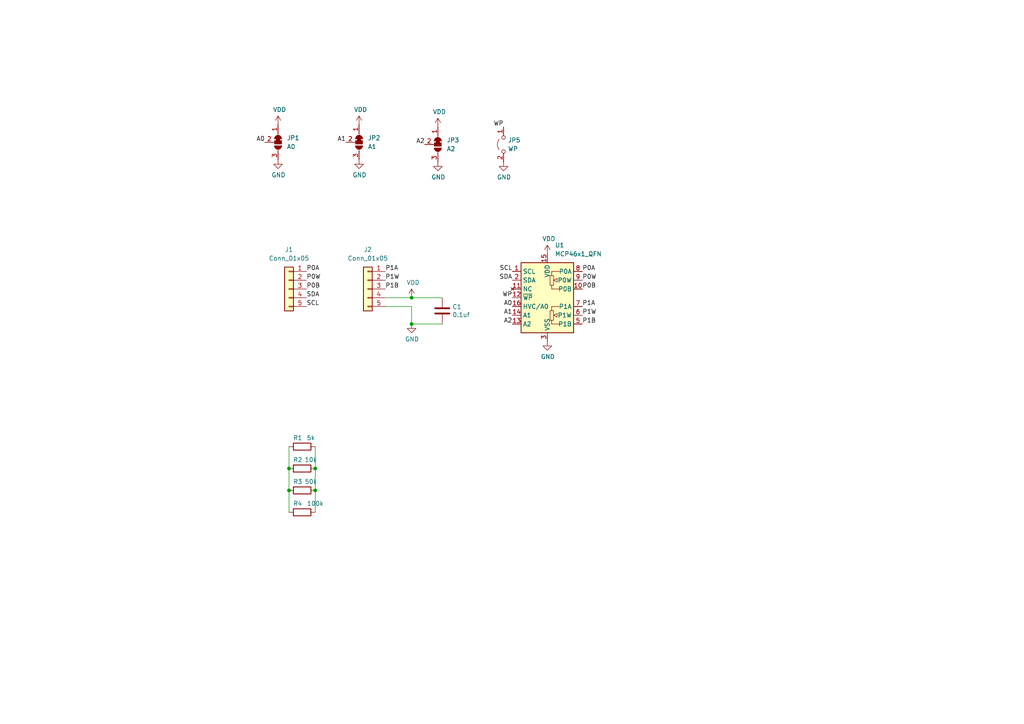
<source format=kicad_sch>
(kicad_sch (version 20230121) (generator eeschema)
  (paper "A4")
  (lib_symbols
    (symbol "Connector_Generic:Conn_01x05" (pin_names (offset 1.016) hide)
      (property "Reference" "J" (at 0 7.62 0))
      (property "Value" "Conn_01x05" (at 0 -7.62 0))
      (symbol "Conn_01x05_1_1"
        (rectangle (start -1.27 -4.953) (end 0 -5.207) (stroke (width 0.1524)))
        (rectangle (start -1.27 -2.413) (end 0 -2.667) (stroke (width 0.1524)))
        (rectangle (start -1.27 0.127) (end 0 -0.127) (stroke (width 0.1524)))
        (rectangle (start -1.27 2.667) (end 0 2.413) (stroke (width 0.1524)))
        (rectangle (start -1.27 5.207) (end 0 4.953) (stroke (width 0.1524)))
        (rectangle (start -1.27 6.35) (end 1.27 -6.35) (stroke (width 0.254)) (fill (type background)))
        (pin passive line (at -5.08 5.08 0) (length 3.81) (name "Pin_1") (number "1"))
        (pin passive line (at -5.08 2.54 0) (length 3.81) (name "Pin_2") (number "2"))
        (pin passive line (at -5.08 0 0) (length 3.81) (name "Pin_3") (number "3"))
        (pin passive line (at -5.08 -2.54 0) (length 3.81) (name "Pin_4") (number "4"))
        (pin passive line (at -5.08 -5.08 0) (length 3.81) (name "Pin_5") (number "5"))
      )
    )
    (symbol "Device:C" (pin_numbers hide) (pin_names (offset 0.254))
      (property "Reference" "C" (at 0.635 2.54 0))
      (property "Value" "C" (at 0.635 -2.54 0))
      (symbol "C_0_1"
        (polyline (pts (xy -2.032 -0.762) (xy 2.032 -0.762)) (stroke (width 0.508)))
        (polyline (pts (xy -2.032 0.762) (xy 2.032 0.762)) (stroke (width 0.508)))
      )
      (symbol "C_1_1"
        (pin passive line (at 0 3.81 270) (length 2.794) (name "~") (number "1"))
        (pin passive line (at 0 -3.81 90) (length 2.794) (name "~") (number "2"))
      )
    )
    (symbol "Device:R" (pin_numbers hide) (pin_names (offset 0))
      (property "Reference" "R" (at 2.032 0 90))
      (property "Value" "R" (at 0 0 90))
      (symbol "R_0_1"
        (rectangle (start -1.016 -2.54) (end 1.016 2.54) (stroke (width 0.254)))
      )
      (symbol "R_1_1"
        (pin passive line (at 0 3.81 270) (length 1.27) (name "~") (number "1"))
        (pin passive line (at 0 -3.81 90) (length 1.27) (name "~") (number "2"))
      )
    )
    (symbol "Jumper:Jumper_2_Open" (pin_names (offset 0) hide)
      (property "Reference" "JP" (at 0 2.794 0))
      (property "Value" "Jumper_2_Open" (at 0 -2.286 0))
      (symbol "Jumper_2_Open_0_0"
        (circle (center -2.032 0) (radius 0.508))
        (circle (center 2.032 0) (radius 0.508))
      )
      (symbol "Jumper_2_Open_0_1"
        (arc (start 1.524 1.27) (mid 0 1.778) (end -1.524 1.27))
      )
      (symbol "Jumper_2_Open_1_1"
        (pin passive line (at -5.08 0 0) (length 2.54) (name "A") (number "1"))
        (pin passive line (at 5.08 0 180) (length 2.54) (name "B") (number "2"))
      )
    )
    (symbol "Jumper:SolderJumper_3_Bridged12" (pin_names (offset 0) hide)
      (property "Reference" "JP" (at -2.54 -2.54 0))
      (property "Value" "SolderJumper_3_Bridged12" (at 0 2.794 0))
      (symbol "SolderJumper_3_Bridged12_0_1"
        (rectangle (start -1.016 0.508) (end -0.508 -0.508) (fill (type outline)))
        (arc (start -1.016 1.016) (mid -2.0276 0) (end -1.016 -1.016))
        (arc (start -1.016 1.016) (mid -2.0276 0) (end -1.016 -1.016) (fill (type outline)))
        (rectangle (start -0.508 1.016) (end 0.508 -1.016) (fill (type outline)))
        (polyline (pts (xy -2.54 0) (xy -2.032 0)))
        (polyline (pts (xy -1.016 1.016) (xy -1.016 -1.016)))
        (polyline (pts (xy 0 -1.27) (xy 0 -1.016)))
        (polyline (pts (xy 1.016 1.016) (xy 1.016 -1.016)))
        (polyline (pts (xy 2.54 0) (xy 2.032 0)))
        (arc (start 1.016 -1.016) (mid 2.0276 0) (end 1.016 1.016))
        (arc (start 1.016 -1.016) (mid 2.0276 0) (end 1.016 1.016) (fill (type outline)))
      )
      (symbol "SolderJumper_3_Bridged12_1_1"
        (pin passive line (at -5.08 0 0) (length 2.54) (name "A") (number "1"))
        (pin passive line (at 0 -3.81 90) (length 2.54) (name "C") (number "2"))
        (pin passive line (at 5.08 0 180) (length 2.54) (name "B") (number "3"))
      )
    )
    (symbol "asukiaaa-kicad-symbols:MCP46x1_QFN"
      (property "Reference" "U" (at 6.35 -12.7 0))
      (property "Value" "MCP46x1_QFN" (at 10.16 -15.24 0))
      (symbol "MCP46x1_QFN_0_1"
        (rectangle (start -7.62 10.16) (end 7.62 -10.16) (stroke (width 0.254)) (fill (type background)))
      )
      (symbol "MCP46x1_QFN_1_1"
        (polyline (pts (xy 1.27 -7.366) (xy 1.27 -6.5278)))
        (polyline (pts (xy 1.27 -2.7686) (xy 1.27 -3.7084)))
        (polyline (pts (xy 1.27 2.794) (xy 1.27 3.6322)))
        (polyline (pts (xy 1.27 7.3914) (xy 1.27 6.4516)))
        (polyline (pts (xy 1.27 -7.62) (xy 1.27 -7.366) (xy 1.27 -7.366)) (fill (type background)))
        (polyline (pts (xy 1.27 -7.62) (xy 3.556 -7.62) (xy 3.556 -7.62)) (fill (type background)))
        (polyline (pts (xy 1.27 -2.54) (xy 1.27 -2.794) (xy 1.27 -2.794)))
        (polyline (pts (xy 1.27 -2.54) (xy 3.556 -2.54) (xy 3.556 -2.54)) (fill (type background)))
        (polyline (pts (xy 1.27 2.54) (xy 1.27 2.794) (xy 1.27 2.794)) (fill (type background)))
        (polyline (pts (xy 1.27 2.54) (xy 3.556 2.54) (xy 3.556 2.54)) (fill (type background)))
        (polyline (pts (xy 1.27 7.62) (xy 1.27 7.366) (xy 1.27 7.366)))
        (polyline (pts (xy 1.27 7.62) (xy 3.556 7.62) (xy 3.556 7.62)) (fill (type background)))
        (polyline (pts (xy 2.8448 -4.572) (xy 2.8448 -5.588) (xy 1.8288 -5.08) (xy 2.8448 -4.572) (xy 2.8448 -4.572)) (fill (type background)))
        (polyline (pts (xy 2.8448 5.588) (xy 2.8448 4.572) (xy 1.8288 5.08) (xy 2.8448 5.588) (xy 2.8448 5.588)) (fill (type background)))
        (rectangle (start 0.7874 -3.7338) (end 1.8034 -6.5278))
        (rectangle (start 0.7874 6.4262) (end 1.8034 3.6322))
        (pin input line (at -10.16 7.62 0) (length 2.54) (name "SCL") (number "1"))
        (pin passive line (at 10.16 2.54 180) (length 2.54) (name "P0B") (number "10"))
        (pin no_connect line (at -10.16 2.54 0) (length 2.54) (name "NC") (number "11"))
        (pin input line (at -10.16 0 0) (length 2.54) (name "~{WP}") (number "12"))
        (pin input line (at -10.16 -7.62 0) (length 2.54) (name "A2") (number "13"))
        (pin input line (at -10.16 -5.08 0) (length 2.54) (name "A1") (number "14"))
        (pin power_in line (at 0 12.7 270) (length 2.54) (name "VDD") (number "15"))
        (pin input line (at -10.16 -2.54 0) (length 2.54) (name "HVC/A0") (number "16"))
        (pin power_in line (at 0 -12.7 90) (length 2.54) hide (name "EP") (number "17"))
        (pin bidirectional line (at -10.16 5.08 0) (length 2.54) (name "SDA") (number "2"))
        (pin power_in line (at 0 -12.7 90) (length 2.54) (name "VSS") (number "3"))
        (pin power_in line (at 0 -12.7 90) (length 2.54) hide (name "VSS") (number "4"))
        (pin passive line (at 10.16 -7.62 180) (length 2.54) (name "P1B") (number "5"))
        (pin passive line (at 10.16 -5.08 180) (length 2.54) (name "P1W") (number "6"))
        (pin passive line (at 10.16 -2.54 180) (length 2.54) (name "P1A") (number "7"))
        (pin passive line (at 10.16 7.62 180) (length 2.54) (name "P0A") (number "8"))
        (pin passive line (at 10.16 5.08 180) (length 2.54) (name "P0W") (number "9"))
      )
    )
    (symbol "power:GND" (power) (pin_names (offset 0))
      (property "Value" "GND" (at 0 -3.81 0))
      (symbol "GND_0_1"
        (polyline (pts (xy 0 0) (xy 0 -1.27) (xy 1.27 -1.27) (xy 0 -2.54) (xy -1.27 -1.27) (xy 0 -1.27)))
      )
      (symbol "GND_1_1"
        (pin power_in line (at 0 0 270) (length 0) hide (name "GND") (number "1"))
      )
    )
    (symbol "power:VDD" (power) (pin_names (offset 0))
      (property "Value" "VDD" (at 0 3.81 0))
      (symbol "VDD_0_1"
        (polyline (pts (xy -0.762 1.27) (xy 0 2.54)))
        (polyline (pts (xy 0 0) (xy 0 2.54)))
        (polyline (pts (xy 0 2.54) (xy 0.762 1.27)))
      )
      (symbol "VDD_1_1"
        (pin power_in line (at 0 0 90) (length 0) hide (name "VDD") (number "1"))
      )
    )
  )
  (junction (at 83.82 142.24))
  (junction (at 119.38 86.36))
  (junction (at 119.38 93.98))
  (junction (at 91.44 142.24))
  (junction (at 91.44 135.89))
  (junction (at 83.82 135.89))
  (wire (pts (xy 128.27 86.36) (xy 119.38 86.36)))
  (wire (pts (xy 91.44 135.89) (xy 91.44 142.24)))
  (wire (pts (xy 119.38 93.98) (xy 128.27 93.98)))
  (wire (pts (xy 91.44 142.24) (xy 91.44 148.59)))
  (wire (pts (xy 83.82 135.89) (xy 83.82 142.24)))
  (wire (pts (xy 119.38 86.36) (xy 111.76 86.36)))
  (wire (pts (xy 83.82 129.54) (xy 83.82 135.89)))
  (wire (pts (xy 91.44 129.54) (xy 91.44 135.89)))
  (wire (pts (xy 83.82 142.24) (xy 83.82 148.59)))
  (wire (pts (xy 119.38 93.98) (xy 119.38 88.9)))
  (wire (pts (xy 119.38 88.9) (xy 111.76 88.9)))
  (label "P0A" (at 88.9 78.74 0))
  (label "P1A" (at 111.76 78.74 0))
  (label "P1B" (at 168.91 93.98 0))
  (label "P1B" (at 111.76 83.82 0))
  (label "P1A" (at 168.91 88.9 0))
  (label "P0W" (at 168.91 81.28 0))
  (label "P0A" (at 168.91 78.74 0))
  (label "SCL" (at 148.59 78.74 180))
  (label "WP" (at 148.59 86.36 180))
  (label "A0" (at 148.59 88.9 180))
  (label "SDA" (at 148.59 81.28 180))
  (label "SCL" (at 88.9 88.9 0))
  (label "P1W" (at 111.76 81.28 0))
  (label "SDA" (at 88.9 86.36 0))
  (label "A1" (at 148.59 91.44 180))
  (label "P0W" (at 88.9 81.28 0))
  (label "P0B" (at 168.91 83.82 0))
  (label "A2" (at 148.59 93.98 180))
  (label "A2" (at 123.19 41.91 180))
  (label "P0B" (at 88.9 83.82 0))
  (label "P1W" (at 168.91 91.44 0))
  (label "A1" (at 100.33 41.275 180))
  (label "WP" (at 146.05 36.83 180))
  (label "A0" (at 76.835 41.275 180))
  (symbol (lib_id "power:GND") (at 158.75 99.06 0) (unit 1)
    (property "Reference" "#PWR0101" (effects hide))
    (property "Value" "GND" (at 158.877 103.4542 0))
  )
  (symbol (lib_id "power:GND") (at 80.645 46.355 0) (unit 1)
    (property "Reference" "#PWR0102" (effects hide))
    (property "Value" "GND" (at 80.772 50.7492 0))
  )
  (symbol (lib_id "power:VDD") (at 158.75 73.66 0) (unit 1)
    (property "Reference" "#PWR0103" (effects hide))
    (property "Value" "VDD" (at 159.1818 69.2658 0))
  )
  (symbol (lib_id "power:VDD") (at 119.38 86.36 0) (unit 1)
    (property "Reference" "#PWR0104" (effects hide))
    (property "Value" "VDD" (at 119.8118 81.9658 0))
  )
  (symbol (lib_id "power:VDD") (at 80.645 36.195 0) (unit 1)
    (property "Reference" "#PWR0105" (effects hide))
    (property "Value" "VDD" (at 81.0768 31.8008 0))
  )
  (symbol (lib_id "power:GND") (at 119.38 93.98 0) (unit 1)
    (property "Reference" "#PWR0110" (effects hide))
    (property "Value" "GND" (at 119.507 98.3742 0))
  )
  (symbol (lib_id "Device:C") (at 128.27 90.17 0) (unit 1)
    (property "Reference" "C1" (at 131.191 89.0016 0) (effects (justify left)))
    (property "Value" "0.1uf" (at 131.191 91.313 0) (effects (justify left)))
    (property "Footprint" "Capacitor_SMD:C_0402_1005Metric" (effects hide))
  )
  (symbol (lib_id "Device:R") (at 87.63 148.59 90) (unit 1)
    (property "Reference" "R4" (at 86.36 146.05 90))
    (property "Value" "100k" (at 91.44 146.05 90))
    (property "Footprint" "Resistor_SMD:R_0402_1005Metric" (effects hide))
  )
  (symbol (lib_id "Device:R") (at 87.63 142.24 90) (unit 1)
    (property "Reference" "R3" (at 86.36 139.7 90))
    (property "Value" "50k" (at 90.17 139.7 90))
    (property "Footprint" "Resistor_SMD:R_0402_1005Metric" (effects hide))
  )
  (symbol (lib_id "power:GND") (at 127 46.99 0) (unit 1)
    (property "Reference" "#PWR04" (effects hide))
    (property "Value" "GND" (at 127.127 51.3842 0))
  )
  (symbol (lib_id "Connector_Generic:Conn_01x05") (at 83.82 83.82 0) (mirror y) (unit 1)
    (property "Reference" "J1" (at 83.82 72.39 0))
    (property "Value" "Conn_01x05" (at 83.82 74.93 0))
    (property "Footprint" "asukiaaa-kicad-footprints:PinHeader_1x05_P2.54mm_Vertical_without_lines" (effects hide))
  )
  (symbol (lib_id "power:VDD") (at 104.14 36.195 0) (unit 1)
    (property "Reference" "#PWR01" (effects hide))
    (property "Value" "VDD" (at 104.5718 31.8008 0))
  )
  (symbol (lib_id "Device:R") (at 87.63 129.54 90) (unit 1)
    (property "Reference" "R1" (at 86.36 127 90))
    (property "Value" "5k" (at 90.17 127 90))
    (property "Footprint" "Resistor_SMD:R_0402_1005Metric" (effects hide))
  )
  (symbol (lib_id "Jumper:SolderJumper_3_Bridged12") (at 80.645 41.275 270) (unit 1)
    (property "Reference" "JP1" (at 83.185 40.005 90) (effects (justify left)))
    (property "Value" "A0" (at 83.185 42.545 90) (effects (justify left)))
    (property "Footprint" "asukiaaa-kicad-footprints:SolderJumper-3_P1.3mm_Bridged12_Pad1.0x1.5mm_without_1pad_marker" (effects hide))
  )
  (symbol (lib_id "Connector_Generic:Conn_01x05") (at 106.68 83.82 0) (mirror y) (unit 1)
    (property "Reference" "J2" (at 106.68 72.39 0))
    (property "Value" "Conn_01x05" (at 106.68 74.93 0))
    (property "Footprint" "asukiaaa-kicad-footprints:PinHeader_1x05_P2.54mm_Vertical_without_lines_all_circles" (effects hide))
  )
  (symbol (lib_id "Jumper:Jumper_2_Open") (at 146.05 41.91 90) (mirror x) (unit 1)
    (property "Reference" "JP5" (at 147.32 40.64 90) (effects (justify right)))
    (property "Value" "WP" (at 147.32 43.18 90) (effects (justify right)))
    (property "Footprint" "Jumper:SolderJumper-2_P1.3mm_Open_Pad1.0x1.5mm" (effects hide))
  )
  (symbol (lib_id "Device:R") (at 87.63 135.89 90) (unit 1)
    (property "Reference" "R2" (at 86.36 133.35 90))
    (property "Value" "10k" (at 90.17 133.35 90))
    (property "Footprint" "Resistor_SMD:R_0402_1005Metric" (effects hide))
  )
  (symbol (lib_id "power:GND") (at 146.05 46.99 0) (unit 1)
    (property "Reference" "#PWR06" (effects hide))
    (property "Value" "GND" (at 146.177 51.3842 0))
  )
  (symbol (lib_id "power:GND") (at 104.14 46.355 0) (unit 1)
    (property "Reference" "#PWR02" (effects hide))
    (property "Value" "GND" (at 104.267 50.7492 0))
  )
  (symbol (lib_id "power:VDD") (at 127 36.83 0) (unit 1)
    (property "Reference" "#PWR03" (effects hide))
    (property "Value" "VDD" (at 127.4318 32.4358 0))
  )
  (symbol (lib_id "Jumper:SolderJumper_3_Bridged12") (at 127 41.91 270) (unit 1)
    (property "Reference" "JP3" (at 129.54 40.64 90) (effects (justify left)))
    (property "Value" "A2" (at 129.54 43.18 90) (effects (justify left)))
    (property "Footprint" "asukiaaa-kicad-footprints:SolderJumper-3_P1.3mm_Bridged12_Pad1.0x1.5mm_without_1pad_marker" (effects hide))
  )
  (symbol (lib_id "Jumper:SolderJumper_3_Bridged12") (at 104.14 41.275 270) (unit 1)
    (property "Reference" "JP2" (at 106.68 40.005 90) (effects (justify left)))
    (property "Value" "A1" (at 106.68 42.545 90) (effects (justify left)))
    (property "Footprint" "asukiaaa-kicad-footprints:SolderJumper-3_P1.3mm_Bridged12_Pad1.0x1.5mm_without_1pad_marker" (effects hide))
  )
  (symbol (lib_id "asukiaaa-kicad-symbols:MCP46x1_QFN") (at 158.75 86.36 0) (unit 1)
    (property "Reference" "U1" (at 160.9441 71.12 0) (effects (justify left)))
    (property "Value" "MCP46x1_QFN" (at 160.9441 73.66 0) (effects (justify left)))
    (property "Footprint" "Package_DFN_QFN:QFN-16-1EP_4x4mm_P0.65mm_EP2.5x2.5mm" (effects hide))
    (property "Datasheet" "https://ww1.microchip.com/downloads/en/DeviceDoc/22107B.pdf" (effects hide))
  )
)
</source>
